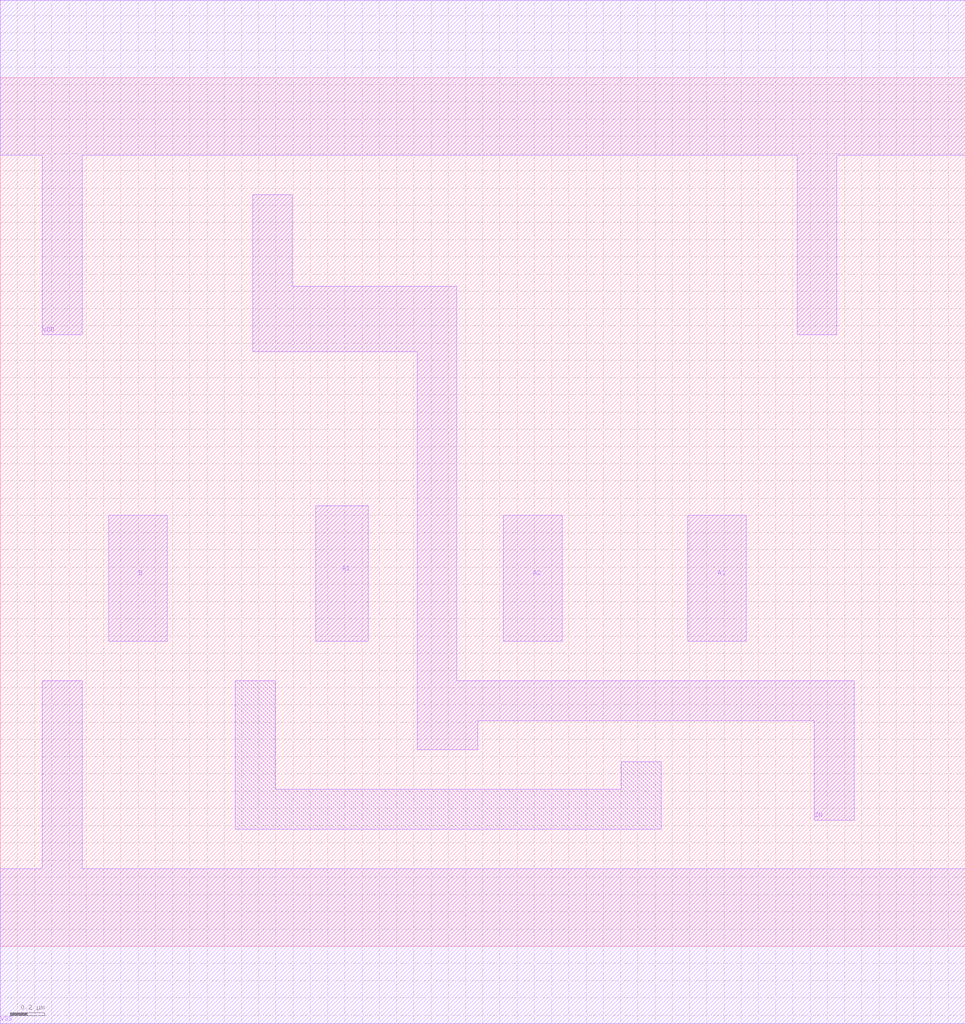
<source format=lef>
# Copyright 2022 GlobalFoundries PDK Authors
#
# Licensed under the Apache License, Version 2.0 (the "License");
# you may not use this file except in compliance with the License.
# You may obtain a copy of the License at
#
#      http://www.apache.org/licenses/LICENSE-2.0
#
# Unless required by applicable law or agreed to in writing, software
# distributed under the License is distributed on an "AS IS" BASIS,
# WITHOUT WARRANTIES OR CONDITIONS OF ANY KIND, either express or implied.
# See the License for the specific language governing permissions and
# limitations under the License.

MACRO gf180mcu_fd_sc_mcu9t5v0__oai31_1
  CLASS core ;
  FOREIGN gf180mcu_fd_sc_mcu9t5v0__oai31_1 0.0 0.0 ;
  ORIGIN 0 0 ;
  SYMMETRY X Y ;
  SITE GF018hv5v_green_sc9 ;
  SIZE 5.6 BY 5.04 ;
  PIN A1
    DIRECTION INPUT ;
    ANTENNAGATEAREA 1.707 ;
    PORT
      LAYER Metal1 ;
        POLYGON 1.83 1.77 2.135 1.77 2.135 2.555 1.83 2.555  ;
    END
  END A1
  PIN A2
    DIRECTION INPUT ;
    ANTENNAGATEAREA 1.707 ;
    PORT
      LAYER Metal1 ;
        POLYGON 2.92 1.77 3.26 1.77 3.26 2.5 2.92 2.5  ;
    END
  END A2
  PIN A3
    DIRECTION INPUT ;
    ANTENNAGATEAREA 1.707 ;
    PORT
      LAYER Metal1 ;
        POLYGON 3.99 1.77 4.33 1.77 4.33 2.5 3.99 2.5  ;
    END
  END A3
  PIN B
    DIRECTION INPUT ;
    ANTENNAGATEAREA 1.6145 ;
    PORT
      LAYER Metal1 ;
        POLYGON 0.63 1.77 0.97 1.77 0.97 2.5 0.63 2.5  ;
    END
  END B
  PIN ZN
    DIRECTION OUTPUT ;
    ANTENNADIFFAREA 2.5256 ;
    PORT
      LAYER Metal1 ;
        POLYGON 1.465 3.45 2.42 3.45 2.42 1.14 2.77 1.14 2.77 1.31 3.835 1.31 4.725 1.31 4.725 0.73 4.955 0.73 4.955 1.54 3.835 1.54 2.65 1.54 2.65 3.83 1.695 3.83 1.695 4.36 1.465 4.36  ;
    END
  END ZN
  PIN VDD
    DIRECTION INOUT ;
    USE power ;
    SHAPE ABUTMENT ;
    PORT
      LAYER Metal1 ;
        POLYGON 0 4.59 0.245 4.59 0.245 3.55 0.475 3.55 0.475 4.59 3.835 4.59 4.625 4.59 4.625 3.55 4.855 3.55 4.855 4.59 5.6 4.59 5.6 5.49 3.835 5.49 0 5.49  ;
    END
  END VDD
  PIN VSS
    DIRECTION INOUT ;
    USE ground ;
    SHAPE ABUTMENT ;
    PORT
      LAYER Metal1 ;
        POLYGON 0 -0.45 5.6 -0.45 5.6 0.45 0.475 0.45 0.475 1.54 0.245 1.54 0.245 0.45 0 0.45  ;
    END
  END VSS
  OBS
      LAYER Metal1 ;
        POLYGON 1.365 0.68 3.835 0.68 3.835 1.07 3.605 1.07 3.605 0.91 1.595 0.91 1.595 1.54 1.365 1.54  ;
  END
END gf180mcu_fd_sc_mcu9t5v0__oai31_1

</source>
